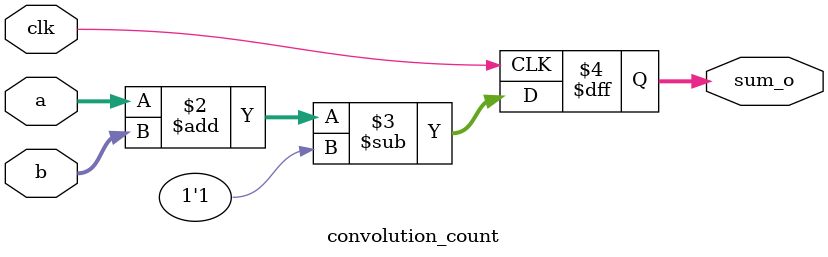
<source format=sv>
/*	
   ===================================================================
   Module Name  : convolucion_count
   Author: Jaciel Hernandez Resendiz
   Filename     : convolucion_count.v
   Type         : Verilog Module
   
   Description  : Este bloque calcula el tamaño del resultado de la operación de convolución
				 este valor permite controlar elíndice externo de la operación de convolución                  
                  Version     : 1.0
   Data        : 02 May 2024
   Revision    : -
   Reviser     : -		

*/

module convolution_count#(
   parameter DATAWIDTH =5)
(
    input wire clk,
    //input rstn,
    //input clrh,
    //input wire enh,
    input wire [DATAWIDTH-1:0] a, 
    input wire [DATAWIDTH-1:0] b, 
    output reg [DATAWIDTH-1:0] sum_o
);

always@(posedge clk) begin
		sum_o <= ((a + b)-1'b1);
   //else if (clrh)
   //   sum_o <= {DATA_WIDTH{1'b0}};
	
end

endmodule
</source>
